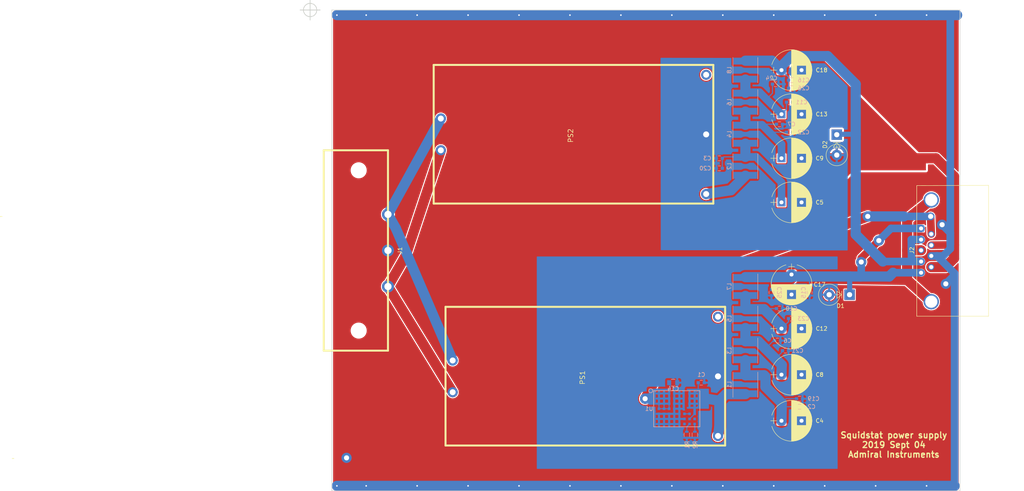
<source format=kicad_pcb>
(kicad_pcb (version 20171130) (host pcbnew "(5.1.0)-1")
  (layers (0 F.Cu signal) (31 B.Cu signal) (34 B.Paste user) (35 F.Paste user hide) (36 B.SilkS user) (37 F.SilkS user) (38 B.Mask user) (39 F.Mask user) (44 Edge.Cuts user))
  (net 0 "")
  (net 1 GND)
  (net 2 "Net-(C1-Pad1)")
  (net 3 /+0v,B)
  (net 4 "Net-(C10-Pad1)")
  (net 5 "Net-(C11-Pad1)")
  (net 6 /3.3v)
  (net 7 /+24v,A)
  (net 8 /+24v,B)
  (net 9 Earth)
  (net 10 "Net-(L2-Pad2)")
  (net 11 "Net-(J1-Pad1)")
  (net 12 "Net-(J1-Pad2)")
  (net 13 "Net-(R1-Pad1)")
  (net 14 "Net-(R2-Pad1)")
  (net 15 "Net-(U1-PadF7)")
  (net 16 "Net-(U1-PadH6)")
  (net 17 "Net-(U1-PadF5)")
  (net 18 "Net-(C19-Pad1)")
  (net 19 "Net-(C20-Pad1)")
  (net 20 "Net-(C21-Pad1)")
  (net 21 "Net-(C22-Pad1)")
  (net 22 "Net-(PS1-Pad5)")
  (net 23 "Net-(PS2-Pad5)")
  (module Capacitors_SMD:C_0603 (layer B.Cu) (at 97.5 93)
    (fp_text reference C1 (at 0 -2) (layer B.SilkS) (effects (justify mirror)))
    (fp_text value 2.2u)
    (pad 2 smd rect (at 0.75 0) (size 0.8 0.75) (layers B.Cu B.Paste B.Mask) (net 1 GND))
    (pad 1 smd rect (at -0.75 0) (size 0.8 0.75) (layers B.Cu B.Paste B.Mask) (net 2 "Net-(C1-Pad1)"))
  )
  (module Capacitors_SMD:C_0603 (layer B.Cu) (at 122 99)
    (fp_text reference C2 (at 3 0) (layer B.SilkS) (effects (justify mirror)))
    (fp_text value 1u)
    (pad 2 smd rect (at 0.75 0) (size 0.8 0.75) (layers B.Cu B.Paste B.Mask) (net 1 GND))
    (pad 1 smd rect (at -0.75 0) (size 0.8 0.75) (layers B.Cu B.Paste B.Mask) (net 18 "Net-(C19-Pad1)"))
  )
  (module Capacitors_SMD:C_0603 (layer B.Cu) (at 102 37 180)
    (fp_text reference C3 (at 3 0 180) (layer B.SilkS) (effects (justify mirror)))
    (fp_text value 1u)
    (pad 2 smd rect (at 0.75 0 180) (size 0.8 0.75) (layers B.Cu B.Paste B.Mask) (net 3 /+0v,B))
    (pad 1 smd rect (at -0.75 0 180) (size 0.8 0.75) (layers B.Cu B.Paste B.Mask) (net 19 "Net-(C20-Pad1)"))
  )
  (module Capacitors_THT:CP_Radial_D10.0mm_P5.00mm (layer F.Cu) (at 117.5 102.5)
    (fp_text reference C4 (at 9.5 0) (layer F.SilkS))
    (fp_text value 560u)
    (pad 1 thru_hole rect (at 0 0) (size 2 2) (drill 1) (layers *.Cu *.Mask) (net 18 "Net-(C19-Pad1)"))
    (pad 2 thru_hole circle (at 5 0) (size 2 2) (drill 1) (layers *.Cu *.Mask) (net 1 GND))
  )
  (module Capacitors_THT:CP_Radial_D10.0mm_P5.00mm (layer F.Cu) (at 117.5 48)
    (fp_text reference C5 (at 9.5 0) (layer F.SilkS))
    (fp_text value 560u)
    (pad 1 thru_hole rect (at 0 0) (size 2 2) (drill 1) (layers *.Cu *.Mask) (net 19 "Net-(C20-Pad1)"))
    (pad 2 thru_hole circle (at 5 0) (size 2 2) (drill 1) (layers *.Cu *.Mask) (net 3 /+0v,B))
  )
  (module Capacitors_SMD:C_0603 (layer B.Cu) (at 116.5 82.5)
    (fp_text reference C6 (at 2.5 0) (layer B.SilkS) (effects (justify mirror)))
    (fp_text value 1u)
    (pad 2 smd rect (at 0.75 0) (size 0.8 0.75) (layers B.Cu B.Paste B.Mask) (net 1 GND))
    (pad 1 smd rect (at -0.75 0) (size 0.8 0.75) (layers B.Cu B.Paste B.Mask) (net 20 "Net-(C21-Pad1)"))
  )
  (module Capacitors_SMD:C_0603 (layer B.Cu) (at 117 28.5)
    (fp_text reference C7 (at 3 0) (layer B.SilkS) (effects (justify mirror)))
    (fp_text value 1u)
    (pad 2 smd rect (at 0.75 0) (size 0.8 0.75) (layers B.Cu B.Paste B.Mask) (net 3 /+0v,B))
    (pad 1 smd rect (at -0.75 0) (size 0.8 0.75) (layers B.Cu B.Paste B.Mask) (net 21 "Net-(C22-Pad1)"))
  )
  (module Capacitors_THT:CP_Radial_D10.0mm_P5.00mm (layer F.Cu) (at 117.5 91)
    (fp_text reference C8 (at 9.5 0) (layer F.SilkS))
    (fp_text value 560u)
    (pad 1 thru_hole rect (at 0 0) (size 2 2) (drill 1) (layers *.Cu *.Mask) (net 20 "Net-(C21-Pad1)"))
    (pad 2 thru_hole circle (at 5 0) (size 2 2) (drill 1) (layers *.Cu *.Mask) (net 1 GND))
  )
  (module Capacitors_THT:CP_Radial_D10.0mm_P5.00mm (layer F.Cu) (at 117.5 37)
    (fp_text reference C9 (at 9.5 0) (layer F.SilkS))
    (fp_text value 560u)
    (pad 1 thru_hole rect (at 0 0) (size 2 2) (drill 1) (layers *.Cu *.Mask) (net 21 "Net-(C22-Pad1)"))
    (pad 2 thru_hole circle (at 5 0) (size 2 2) (drill 1) (layers *.Cu *.Mask) (net 3 /+0v,B))
  )
  (module Capacitors_SMD:C_0603 (layer B.Cu) (at 117 74.5)
    (fp_text reference C10 (at 3 0) (layer B.SilkS) (effects (justify mirror)))
    (fp_text value 1u)
    (pad 2 smd rect (at 0.75 0) (size 0.8 0.75) (layers B.Cu B.Paste B.Mask) (net 1 GND))
    (pad 1 smd rect (at -0.75 0) (size 0.8 0.75) (layers B.Cu B.Paste B.Mask) (net 4 "Net-(C10-Pad1)"))
  )
  (module Capacitors_SMD:C_0603 (layer B.Cu) (at 119.5 23)
    (fp_text reference C11 (at 3 0) (layer B.SilkS) (effects (justify mirror)))
    (fp_text value 1u)
    (pad 2 smd rect (at 0.75 0) (size 0.8 0.75) (layers B.Cu B.Paste B.Mask) (net 3 /+0v,B))
    (pad 1 smd rect (at -0.75 0) (size 0.8 0.75) (layers B.Cu B.Paste B.Mask) (net 5 "Net-(C11-Pad1)"))
  )
  (module Capacitors_THT:CP_Radial_D10.0mm_P5.00mm (layer F.Cu) (at 117.5 79.5)
    (fp_text reference C12 (at 10 0) (layer F.SilkS))
    (fp_text value 560u)
    (pad 1 thru_hole rect (at 0 0) (size 2 2) (drill 1) (layers *.Cu *.Mask) (net 4 "Net-(C10-Pad1)"))
    (pad 2 thru_hole circle (at 5 0) (size 2 2) (drill 1) (layers *.Cu *.Mask) (net 1 GND))
  )
  (module Capacitors_THT:CP_Radial_D10.0mm_P5.00mm (layer F.Cu) (at 117.5 26)
    (fp_text reference C13 (at 10 0) (layer F.SilkS))
    (fp_text value 560u)
    (pad 1 thru_hole rect (at 0 0) (size 2 2) (drill 1) (layers *.Cu *.Mask) (net 5 "Net-(C11-Pad1)"))
    (pad 2 thru_hole circle (at 5 0) (size 2 2) (drill 1) (layers *.Cu *.Mask) (net 3 /+0v,B))
  )
  (module Capacitors_SMD:C_0603 (layer B.Cu) (at 124.5 70.5 270)
    (fp_text reference C15 (at 0 1.5 270) (layer B.SilkS) (effects (justify mirror)))
    (fp_text value 1u)
    (pad 2 smd rect (at 0.75 0 270) (size 0.8 0.75) (layers B.Cu B.Paste B.Mask) (net 1 GND))
    (pad 1 smd rect (at -0.75 0 270) (size 0.8 0.75) (layers B.Cu B.Paste B.Mask) (net 7 /+24v,A))
  )
  (module Capacitors_SMD:C_0603 (layer B.Cu) (at 120 17.5)
    (fp_text reference C16 (at 3 0) (layer B.SilkS) (effects (justify mirror)))
    (fp_text value 1u)
    (pad 2 smd rect (at 0.75 0) (size 0.8 0.75) (layers B.Cu B.Paste B.Mask) (net 3 /+0v,B))
    (pad 1 smd rect (at -0.75 0) (size 0.8 0.75) (layers B.Cu B.Paste B.Mask) (net 8 /+24v,B))
  )
  (module Capacitors_THT:CP_Radial_D10.0mm_P5.00mm (layer F.Cu) (at 120 66 270)
    (fp_text reference C17 (at 2.5 -7) (layer F.SilkS))
    (fp_text value 560u)
    (pad 1 thru_hole rect (at 0 0 270) (size 2 2) (drill 1) (layers *.Cu *.Mask) (net 7 /+24v,A))
    (pad 2 thru_hole circle (at 5 0 270) (size 2 2) (drill 1) (layers *.Cu *.Mask) (net 1 GND))
  )
  (module Capacitors_THT:CP_Radial_D10.0mm_P5.00mm (layer F.Cu) (at 117.5 15)
    (fp_text reference C18 (at 10 0) (layer F.SilkS))
    (fp_text value 560u)
    (pad 1 thru_hole rect (at 0 0) (size 2 2) (drill 1) (layers *.Cu *.Mask) (net 8 /+24v,B))
    (pad 2 thru_hole circle (at 5 0) (size 2 2) (drill 1) (layers *.Cu *.Mask) (net 3 /+0v,B))
  )
  (module Resistors_SMD:R_0603 (layer B.Cu) (at 93.9 106 270)
    (fp_text reference R1 (at 2.5 -0.1 270) (layer B.SilkS) (effects (justify mirror)))
    (fp_text value 42.2k)
    (pad 1 smd rect (at -0.75 0 270) (size 0.5 0.9) (layers B.Cu B.Paste B.Mask) (net 13 "Net-(R1-Pad1)"))
    (pad 2 smd rect (at 0.75 0 270) (size 0.5 0.9) (layers B.Cu B.Paste B.Mask) (net 1 GND))
  )
  (module Resistors_SMD:R_0603 (layer B.Cu) (at 95.9 106 270)
    (fp_text reference R2 (at 2.5 -0.1 270) (layer B.SilkS) (effects (justify mirror)))
    (fp_text value 154k)
    (pad 1 smd rect (at -0.75 0 270) (size 0.5 0.9) (layers B.Cu B.Paste B.Mask) (net 14 "Net-(R2-Pad1)"))
    (pad 2 smd rect (at 0.75 0 270) (size 0.5 0.9) (layers B.Cu B.Paste B.Mask) (net 1 GND))
  )
  (module user:AC_receptacle (layer F.Cu) (at 19.4 60 90)
    (fp_text reference J1 (at 0 3 90) (layer F.SilkS))
    (fp_text value Conn_WallPlug_Earth)
    (pad "" np_thru_hole circle (at -20 -7.3 90) (size 3.5 3.5) (drill 3.5) (layers *.Cu *.Mask))
    (pad 3 thru_hole circle (at 0 0 90) (size 3 3) (drill 1.8) (layers *.Cu *.Mask) (net 9 Earth))
    (pad 1 thru_hole circle (at 9 0 90) (size 3 3) (drill 1.8) (layers *.Cu *.Mask) (net 11 "Net-(J1-Pad1)"))
    (pad 2 thru_hole circle (at -9 0 90) (size 3 3) (drill 1.8) (layers *.Cu *.Mask) (net 12 "Net-(J1-Pad2)"))
    (pad "" np_thru_hole circle (at 20 -7.3 90) (size 3.5 3.5) (drill 3.5) (layers *.Cu *.Mask))
  )
  (module Capacitors_SMD:C_0603 (layer B.Cu) (at 122 97)
    (fp_text reference C19 (at 3.5 0) (layer B.SilkS) (effects (justify mirror)))
    (fp_text value 10n)
    (pad 2 smd rect (at 0.75 0) (size 0.8 0.75) (layers B.Cu B.Paste B.Mask) (net 1 GND))
    (pad 1 smd rect (at -0.75 0) (size 0.8 0.75) (layers B.Cu B.Paste B.Mask) (net 18 "Net-(C19-Pad1)"))
  )
  (module Capacitors_SMD:C_0603 (layer B.Cu) (at 102 39.5 180)
    (fp_text reference C20 (at 3.5 0 180) (layer B.SilkS) (effects (justify mirror)))
    (fp_text value 10n)
    (pad 2 smd rect (at 0.75 0 180) (size 0.8 0.75) (layers B.Cu B.Paste B.Mask) (net 3 /+0v,B))
    (pad 1 smd rect (at -0.75 0 180) (size 0.8 0.75) (layers B.Cu B.Paste B.Mask) (net 19 "Net-(C20-Pad1)"))
  )
  (module Capacitors_SMD:C_0603 (layer B.Cu) (at 118.5 85)
    (fp_text reference C21 (at 3 0) (layer B.SilkS) (effects (justify mirror)))
    (fp_text value 10n)
    (pad 2 smd rect (at 0.75 0) (size 0.8 0.75) (layers B.Cu B.Paste B.Mask) (net 1 GND))
    (pad 1 smd rect (at -0.75 0) (size 0.8 0.75) (layers B.Cu B.Paste B.Mask) (net 20 "Net-(C21-Pad1)"))
  )
  (module Capacitors_SMD:C_0603 (layer B.Cu) (at 119.5 30.5)
    (fp_text reference C22 (at 3.5 0) (layer B.SilkS) (effects (justify mirror)))
    (fp_text value 10n)
    (pad 2 smd rect (at 0.75 0) (size 0.8 0.75) (layers B.Cu B.Paste B.Mask) (net 3 /+0v,B))
    (pad 1 smd rect (at -0.75 0) (size 0.8 0.75) (layers B.Cu B.Paste B.Mask) (net 21 "Net-(C22-Pad1)"))
  )
  (module Capacitors_SMD:C_0603 (layer B.Cu) (at 120 77)
    (fp_text reference C23 (at 3 0) (layer B.SilkS) (effects (justify mirror)))
    (fp_text value 10n)
    (pad 2 smd rect (at 0.75 0) (size 0.8 0.75) (layers B.Cu B.Paste B.Mask) (net 1 GND))
    (pad 1 smd rect (at -0.75 0) (size 0.8 0.75) (layers B.Cu B.Paste B.Mask) (net 4 "Net-(C10-Pad1)"))
  )
  (module Capacitors_SMD:C_0603 (layer B.Cu) (at 116 18.5)
    (fp_text reference C24 (at -1 -1.5) (layer B.SilkS) (effects (justify mirror)))
    (fp_text value 10n)
    (pad 2 smd rect (at 0.75 0) (size 0.8 0.75) (layers B.Cu B.Paste B.Mask) (net 3 /+0v,B))
    (pad 1 smd rect (at -0.75 0) (size 0.8 0.75) (layers B.Cu B.Paste B.Mask) (net 5 "Net-(C11-Pad1)"))
  )
  (module Capacitors_SMD:C_0603 (layer B.Cu) (at 115 70.5 270)
    (fp_text reference C25 (at 0 -2 270) (layer B.SilkS) (effects (justify mirror)))
    (fp_text value 10n)
    (pad 2 smd rect (at 0.75 0 270) (size 0.8 0.75) (layers B.Cu B.Paste B.Mask) (net 1 GND))
    (pad 1 smd rect (at -0.75 0 270) (size 0.8 0.75) (layers B.Cu B.Paste B.Mask) (net 7 /+24v,A))
  )
  (module Capacitors_SMD:C_0603 (layer B.Cu) (at 120 19.5)
    (fp_text reference C26 (at 3 0) (layer B.SilkS) (effects (justify mirror)))
    (fp_text value 10n)
    (pad 2 smd rect (at 0.75 0) (size 0.8 0.75) (layers B.Cu B.Paste B.Mask) (net 3 /+0v,B))
    (pad 1 smd rect (at -0.75 0) (size 0.8 0.75) (layers B.Cu B.Paste B.Mask) (net 8 /+24v,B))
  )
  (module user:6045_inductor (layer B.Cu) (at 108.5 93.5 270)
    (fp_text reference L1 (at 0 4 270) (layer B.SilkS) (effects (justify mirror)))
    (fp_text value 10u)
    (pad 1 smd rect (at -2.25 0 270) (size 1.7 5.9) (layers B.Cu B.Paste B.Mask) (net 18 "Net-(C19-Pad1)"))
    (pad 2 smd rect (at 2.25 0 270) (size 1.7 5.9) (layers B.Cu B.Paste B.Mask) (net 2 "Net-(C1-Pad1)"))
  )
  (module user:6045_inductor (layer B.Cu) (at 108.5 39 270)
    (fp_text reference L2 (at 0 4 270) (layer B.SilkS) (effects (justify mirror)))
    (fp_text value 10u)
    (pad 1 smd rect (at -2.25 0 270) (size 1.7 5.9) (layers B.Cu B.Paste B.Mask) (net 19 "Net-(C20-Pad1)"))
    (pad 2 smd rect (at 2.25 0 270) (size 1.7 5.9) (layers B.Cu B.Paste B.Mask) (net 10 "Net-(L2-Pad2)"))
  )
  (module user:6045_inductor (layer B.Cu) (at 108.5 85 270)
    (fp_text reference L3 (at 0 4 270) (layer B.SilkS) (effects (justify mirror)))
    (fp_text value 10u)
    (pad 1 smd rect (at -2.25 0 270) (size 1.7 5.9) (layers B.Cu B.Paste B.Mask) (net 20 "Net-(C21-Pad1)"))
    (pad 2 smd rect (at 2.25 0 270) (size 1.7 5.9) (layers B.Cu B.Paste B.Mask) (net 18 "Net-(C19-Pad1)"))
  )
  (module user:6045_inductor (layer B.Cu) (at 108.5 31 270)
    (fp_text reference L4 (at 0 4 270) (layer B.SilkS) (effects (justify mirror)))
    (fp_text value 10u)
    (pad 1 smd rect (at -2.25 0 270) (size 1.7 5.9) (layers B.Cu B.Paste B.Mask) (net 21 "Net-(C22-Pad1)"))
    (pad 2 smd rect (at 2.25 0 270) (size 1.7 5.9) (layers B.Cu B.Paste B.Mask) (net 19 "Net-(C20-Pad1)"))
  )
  (module user:6045_inductor (layer B.Cu) (at 108.5 77 270)
    (fp_text reference L5 (at 0 4 270) (layer B.SilkS) (effects (justify mirror)))
    (fp_text value 10u)
    (pad 1 smd rect (at -2.25 0 270) (size 1.7 5.9) (layers B.Cu B.Paste B.Mask) (net 4 "Net-(C10-Pad1)"))
    (pad 2 smd rect (at 2.25 0 270) (size 1.7 5.9) (layers B.Cu B.Paste B.Mask) (net 20 "Net-(C21-Pad1)"))
  )
  (module user:6045_inductor (layer B.Cu) (at 108.5 23 270)
    (fp_text reference L6 (at 0 4 270) (layer B.SilkS) (effects (justify mirror)))
    (fp_text value 10u)
    (pad 1 smd rect (at -2.25 0 270) (size 1.7 5.9) (layers B.Cu B.Paste B.Mask) (net 5 "Net-(C11-Pad1)"))
    (pad 2 smd rect (at 2.25 0 270) (size 1.7 5.9) (layers B.Cu B.Paste B.Mask) (net 21 "Net-(C22-Pad1)"))
  )
  (module user:6045_inductor (layer B.Cu) (at 108.5 69 270)
    (fp_text reference L7 (at 0 4 270) (layer B.SilkS) (effects (justify mirror)))
    (fp_text value 10u)
    (pad 1 smd rect (at -2.25 0 270) (size 1.7 5.9) (layers B.Cu B.Paste B.Mask) (net 7 /+24v,A))
    (pad 2 smd rect (at 2.25 0 270) (size 1.7 5.9) (layers B.Cu B.Paste B.Mask) (net 4 "Net-(C10-Pad1)"))
  )
  (module user:6045_inductor (layer B.Cu) (at 108.5 15 270)
    (fp_text reference L8 (at 0 4 270) (layer B.SilkS) (effects (justify mirror)))
    (fp_text value 10u)
    (pad 1 smd rect (at -2.25 0 270) (size 1.7 5.9) (layers B.Cu B.Paste B.Mask) (net 8 /+24v,B))
    (pad 2 smd rect (at 2.25 0 270) (size 1.7 5.9) (layers B.Cu B.Paste B.Mask) (net 5 "Net-(C11-Pad1)"))
  )
  (module Capacitors_SMD:C_0805 (layer B.Cu) (at 90.5 93)
    (fp_text reference C14 (at 0 1.5) (layer B.SilkS) (effects (justify mirror)))
    (fp_text value 22u)
    (pad 1 smd rect (at -1 0) (size 1 1.25) (layers B.Cu B.Paste B.Mask) (net 6 /3.3v))
    (pad 2 smd rect (at 1 0) (size 1 1.25) (layers B.Cu B.Paste B.Mask) (net 1 GND))
  )
  (module user_generated_footprints:DB9FC_w_housing_connection (layer F.Cu) (at 152.3 54.5 270)
    (fp_text reference J2 (at 5.46 2.28 270) (layer F.SilkS))
    (fp_text value DB9_Female_MountingHoles)
    (pad 0 thru_hole circle (at 18.29 -2.54 270) (size 3.81 3.81) (drill 3.05) (layers *.Cu *.Mask) (net 1 GND))
    (pad 0 thru_hole circle (at -7.11 -2.54 270) (size 3.81 3.81) (drill 3.05) (layers *.Cu *.Mask) (net 1 GND))
    (pad 1 thru_hole rect (at 0 0 270) (size 1.52 1.52) (drill 1.02) (layers *.Cu *.Mask) (net 7 /+24v,A))
    (pad 2 thru_hole circle (at 2.79 0 270) (size 1.52 1.52) (drill 1.02) (layers *.Cu *.Mask) (net 8 /+24v,B))
    (pad 3 thru_hole circle (at 5.46 0 270) (size 1.52 1.52) (drill 1.02) (layers *.Cu *.Mask) (net 1 GND))
    (pad 4 thru_hole circle (at 8.26 0 270) (size 1.52 1.52) (drill 1.02) (layers *.Cu *.Mask) (net 8 /+24v,B))
    (pad 5 thru_hole circle (at 11.05 0 270) (size 1.52 1.52) (drill 1.02) (layers *.Cu *.Mask) (net 7 /+24v,A))
    (pad 6 thru_hole circle (at 1.4 -2.54 270) (size 1.52 1.52) (drill 1.02) (layers *.Cu *.Mask) (net 6 /3.3v))
    (pad 7 thru_hole circle (at 4.19 -2.54 270) (size 1.52 1.52) (drill 1.02) (layers *.Cu *.Mask) (net 3 /+0v,B))
    (pad 8 thru_hole circle (at 6.86 -2.54 270) (size 1.52 1.52) (drill 1.02) (layers *.Cu *.Mask) (net 9 Earth))
    (pad 9 thru_hole circle (at 9.65 -2.54 270) (size 1.52 1.52) (drill 1.02) (layers *.Cu *.Mask) (net 3 /+0v,B))
  )
  (module user:TPP-30-115A-D (layer F.Cu) (at 103.45 74.075)
    (fp_text reference PS1 (at -35.56 17.653 90) (layer F.SilkS) (effects (font (size 1.2 1.2))))
    (fp_text value TPP30-115A-D)
    (pad 5 thru_hole circle (at -1.78 2.46) (size 2.5 2.5) (drill 1.5) (layers *.Cu *.Mask) (net 22 "Net-(PS1-Pad5)"))
    (pad 4 thru_hole circle (at -1.78 17.34) (size 2.5 2.5) (drill 1.5) (layers *.Cu *.Mask) (net 1 GND))
    (pad 2 thru_hole circle (at -67.92 13.38) (size 2.5 2.5) (drill 1.5) (layers *.Cu *.Mask) (net 11 "Net-(J1-Pad1)"))
    (pad 1 thru_hole circle (at -67.92 21.3) (size 2.5 2.5) (drill 1.5) (layers *.Cu *.Mask) (net 12 "Net-(J1-Pad2)"))
    (pad 3 thru_hole circle (at -1.78 32.22) (size 2.5 2.5) (drill 1.5) (layers *.Cu *.Mask) (net 2 "Net-(C1-Pad1)"))
  )
  (module user:TPP-30-115A-D (layer F.Cu) (at 100.5 13.7)
    (fp_text reference PS2 (at -35.56 17.653 90) (layer F.SilkS) (effects (font (size 1.2 1.2))))
    (fp_text value TPP30-115A-D)
    (pad 3 thru_hole circle (at -1.78 32.22) (size 2.5 2.5) (drill 1.5) (layers *.Cu *.Mask) (net 10 "Net-(L2-Pad2)"))
    (pad 1 thru_hole circle (at -67.92 21.3) (size 2.5 2.5) (drill 1.5) (layers *.Cu *.Mask) (net 12 "Net-(J1-Pad2)"))
    (pad 2 thru_hole circle (at -67.92 13.38) (size 2.5 2.5) (drill 1.5) (layers *.Cu *.Mask) (net 11 "Net-(J1-Pad1)"))
    (pad 4 thru_hole circle (at -1.78 17.34) (size 2.5 2.5) (drill 1.5) (layers *.Cu *.Mask) (net 3 /+0v,B))
    (pad 5 thru_hole circle (at -1.78 2.46) (size 2.5 2.5) (drill 1.5) (layers *.Cu *.Mask) (net 23 "Net-(PS2-Pad5)"))
  )
  (module Diodes_THT:D_DO-201_P5.08mm_Vertical_KathodeUp (layer F.Cu) (at 134.47 71.04 180)
    (fp_text reference D1 (at 2.25 -2.78 180) (layer F.SilkS))
    (fp_text value 31v)
    (pad 1 thru_hole rect (at 0 0 180) (size 2.6 2.6) (drill 1.3) (layers *.Cu *.Mask) (net 7 /+24v,A))
    (pad 2 thru_hole oval (at 5.08 0 180) (size 2.6 2.6) (drill 1.3) (layers *.Cu *.Mask) (net 1 GND))
  )
  (module Diodes_THT:D_DO-201_P5.08mm_Vertical_KathodeUp (layer F.Cu) (at 131.28 31.11 270)
    (fp_text reference D2 (at 2.48 2.93 270) (layer F.SilkS))
    (fp_text value 31v)
    (pad 2 thru_hole oval (at 5.08 0 270) (size 2.6 2.6) (drill 1.3) (layers *.Cu *.Mask) (net 3 /+0v,B))
    (pad 1 thru_hole rect (at 0 0 270) (size 2.6 2.6) (drill 1.3) (layers *.Cu *.Mask) (net 8 /+24v,B))
  )
  (module user:LGA-50 (layer B.Cu) (at 91.4 99.5)
    (fp_text reference U1 (at -6.9 0) (layer B.SilkS) (effects (justify mirror)))
    (fp_text value LTM8022)
    (pad H7 smd rect (at 4.445 3.81) (size 0.64 0.64) (layers B.Cu B.Paste B.Mask) (net 14 "Net-(R2-Pad1)"))
    (pad G7 smd rect (at 3.175 3.81) (size 0.64 0.64) (layers B.Cu B.Paste B.Mask) (net 13 "Net-(R1-Pad1)"))
    (pad F7 smd rect (at 1.905 3.81) (size 0.64 0.64) (layers B.Cu B.Paste B.Mask) (net 15 "Net-(U1-PadF7)"))
    (pad E1 smd rect (at 0.635 3.81) (size 0.64 0.64) (layers B.Cu B.Paste B.Mask) (net 1 GND))
    (pad E1 smd rect (at -0.635 3.81) (size 0.64 0.64) (layers B.Cu B.Paste B.Mask) (net 1 GND))
    (pad E1 smd rect (at -1.905 3.81) (size 0.64 0.64) (layers B.Cu B.Paste B.Mask) (net 1 GND))
    (pad E1 smd rect (at -3.175 3.81) (size 0.64 0.64) (layers B.Cu B.Paste B.Mask) (net 1 GND))
    (pad E1 smd rect (at -4.445 3.81) (size 0.64 0.64) (layers B.Cu B.Paste B.Mask) (net 1 GND))
    (pad H6 smd rect (at 4.445 2.54) (size 0.64 0.64) (layers B.Cu B.Paste B.Mask) (net 16 "Net-(U1-PadH6)"))
    (pad G6 smd rect (at 3.175 2.54) (size 0.64 0.64) (layers B.Cu B.Paste B.Mask) (net 2 "Net-(C1-Pad1)"))
    (pad E1 smd rect (at 1.905 2.54) (size 0.64 0.64) (layers B.Cu B.Paste B.Mask) (net 1 GND))
    (pad E1 smd rect (at 0.635 2.54) (size 0.64 0.64) (layers B.Cu B.Paste B.Mask) (net 1 GND))
    (pad E1 smd rect (at -0.635 2.54) (size 0.64 0.64) (layers B.Cu B.Paste B.Mask) (net 1 GND))
    (pad E1 smd rect (at -1.905 2.54) (size 0.64 0.64) (layers B.Cu B.Paste B.Mask) (net 1 GND))
    (pad E1 smd rect (at -3.175 2.54) (size 0.64 0.64) (layers B.Cu B.Paste B.Mask) (net 1 GND))
    (pad E1 smd rect (at -4.445 2.54) (size 0.64 0.64) (layers B.Cu B.Paste B.Mask) (net 1 GND))
    (pad H5 smd rect (at 4.445 1.27) (size 0.64 0.64) (layers B.Cu B.Paste B.Mask) (net 2 "Net-(C1-Pad1)"))
    (pad G5 smd rect (at 3.175 1.27) (size 0.64 0.64) (layers B.Cu B.Paste B.Mask) (net 17 "Net-(U1-PadF5)"))
    (pad F5 smd rect (at 1.905 1.27) (size 0.64 0.64) (layers B.Cu B.Paste B.Mask) (net 17 "Net-(U1-PadF5)"))
    (pad E1 smd rect (at 0.635 1.27) (size 0.64 0.64) (layers B.Cu B.Paste B.Mask) (net 1 GND))
    (pad E1 smd rect (at -0.635 1.27) (size 0.64 0.64) (layers B.Cu B.Paste B.Mask) (net 1 GND))
    (pad E1 smd rect (at -1.905 1.27) (size 0.64 0.64) (layers B.Cu B.Paste B.Mask) (net 1 GND))
    (pad E1 smd rect (at -3.175 1.27) (size 0.64 0.64) (layers B.Cu B.Paste B.Mask) (net 1 GND))
    (pad E1 smd rect (at -4.445 1.27) (size 0.64 0.64) (layers B.Cu B.Paste B.Mask) (net 1 GND))
    (pad E1 smd rect (at 0.635 0) (size 0.64 0.64) (layers B.Cu B.Paste B.Mask) (net 1 GND))
    (pad E1 smd rect (at -0.635 0) (size 0.64 0.64) (layers B.Cu B.Paste B.Mask) (net 1 GND))
    (pad A1 smd rect (at -1.905 0) (size 0.64 0.64) (layers B.Cu B.Paste B.Mask) (net 6 /3.3v))
    (pad A1 smd rect (at -3.175 0) (size 0.64 0.64) (layers B.Cu B.Paste B.Mask) (net 6 /3.3v))
    (pad A1 smd rect (at -4.445 0) (size 0.64 0.64) (layers B.Cu B.Paste B.Mask) (net 6 /3.3v))
    (pad H1 smd rect (at 4.445 -1.27) (size 0.64 0.64) (layers B.Cu B.Paste B.Mask) (net 2 "Net-(C1-Pad1)"))
    (pad H1 smd rect (at 3.175 -1.27) (size 0.64 0.64) (layers B.Cu B.Paste B.Mask) (net 2 "Net-(C1-Pad1)"))
    (pad E1 smd rect (at 0.635 -1.27) (size 0.64 0.64) (layers B.Cu B.Paste B.Mask) (net 1 GND))
    (pad E1 smd rect (at -0.635 -1.27) (size 0.64 0.64) (layers B.Cu B.Paste B.Mask) (net 1 GND))
    (pad A1 smd rect (at -1.905 -1.27) (size 0.64 0.64) (layers B.Cu B.Paste B.Mask) (net 6 /3.3v))
    (pad A1 smd rect (at -3.175 -1.27) (size 0.64 0.64) (layers B.Cu B.Paste B.Mask) (net 6 /3.3v))
    (pad A1 smd rect (at -4.445 -1.27) (size 0.64 0.64) (layers B.Cu B.Paste B.Mask) (net 6 /3.3v))
    (pad H1 smd rect (at 3.175 -2.54) (size 0.64 0.64) (layers B.Cu B.Paste B.Mask) (net 2 "Net-(C1-Pad1)"))
    (pad E1 smd rect (at -0.635 -2.54) (size 0.64 0.64) (layers B.Cu B.Paste B.Mask) (net 1 GND))
    (pad E1 smd rect (at 0.635 -2.54) (size 0.64 0.64) (layers B.Cu B.Paste B.Mask) (net 1 GND))
    (pad H1 smd rect (at 4.445 -3.81) (size 0.64 0.64) (layers B.Cu B.Paste B.Mask) (net 2 "Net-(C1-Pad1)"))
    (pad H1 smd rect (at 4.445 -2.54) (size 0.64 0.64) (layers B.Cu B.Paste B.Mask) (net 2 "Net-(C1-Pad1)"))
    (pad H1 smd rect (at 3.175 -3.81) (size 0.64 0.64) (layers B.Cu B.Paste B.Mask) (net 2 "Net-(C1-Pad1)"))
    (pad E1 smd rect (at 0.635 -3.81) (size 0.64 0.64) (layers B.Cu B.Paste B.Mask) (net 1 GND))
    (pad A1 smd rect (at -4.445 -3.81) (size 0.64 0.64) (layers B.Cu B.Paste B.Mask) (net 6 /3.3v))
    (pad A1 smd rect (at -3.175 -3.81) (size 0.64 0.64) (layers B.Cu B.Paste B.Mask) (net 6 /3.3v))
    (pad A1 smd rect (at -1.905 -3.81) (size 0.64 0.64) (layers B.Cu B.Paste B.Mask) (net 6 /3.3v))
    (pad E1 smd rect (at -0.635 -3.81) (size 0.64 0.64) (layers B.Cu B.Paste B.Mask) (net 1 GND))
    (pad A1 smd rect (at -1.905 -2.54) (size 0.64 0.64) (layers B.Cu B.Paste B.Mask) (net 6 /3.3v))
    (pad A1 smd rect (at -3.175 -2.54) (size 0.64 0.64) (layers B.Cu B.Paste B.Mask) (net 6 /3.3v))
    (pad A1 smd rect (at -4.445 -2.54) (size 0.64 0.64) (layers B.Cu B.Paste B.Mask) (net 6 /3.3v))
    (pad A1 smd rect (at -4.445 -3.81) (size 0.64 0.64) (layers B.Cu B.Paste B.Mask) (net 6 /3.3v))
  )
  (gr_text "Squidstat power supply\n2019 Sept 04\nAdmiral Instruments" (at 145.5 108.5) (layer F.SilkS) (effects (font (size 1.5 1.5) (thickness 0.3))))
  (target plus (at 0 0) (size 5) (width 0.15) (layer Edge.Cuts))
  (target plus (at 0 0) (size 5) (width 0.15) (layer Edge.Cuts))
  (gr_line (start 5.4 0) (end 162 0) (angle 90) (layer Edge.Cuts) (width 0.15))
  (gr_line (start 162 0) (end 162 120) (angle 90) (layer Edge.Cuts) (width 0.15))
  (gr_line (start 5.4 120) (end 162 120) (angle 90) (layer Edge.Cuts) (width 0.15))
  (gr_line (start 5.4 0) (end 5.4 120) (angle 90) (layer Edge.Cuts) (width 0.15))
  (segment (start 124 67) (end 148.81 67.35) (width 2.54) (layer F.Cu) (net 1))
  (segment (start 148.81 67.35) (end 148.83 59.96) (width 2.54) (layer F.Cu) (net 1))
  (segment (start 154.84 72.79) (end 148.81 67.35) (width 2.54) (layer F.Cu) (net 1))
  (segment (start 152.3 59.96) (end 148.83 59.96) (width 2.54) (layer F.Cu) (net 1))
  (segment (start 148.83 52.19) (end 148.83 59.96) (width 2.54) (layer F.Cu) (net 1))
  (segment (start 154.84 47.39) (end 148.83 52.19) (width 2.54) (layer F.Cu) (net 1))
  (segment (start 124 67) (end 120 71) (width 2.54) (layer F.Cu) (net 1))
  (segment (start 102 104) (end 102 97.5) (width 2.54) (layer B.Cu) (net 2))
  (segment (start 102 97.5) (end 103.65 95.85) (width 2.54) (layer B.Cu) (net 2))
  (segment (start 96.75 93) (end 96.75 94.785) (width 0.254) (layer B.Cu) (net 2))
  (segment (start 96.75 94.785) (end 95.845 95.69) (width 0.254) (layer B.Cu) (net 2))
  (segment (start 95.845 100.77) (end 94.575 102.04) (width 0.254) (layer B.Cu) (net 2))
  (segment (start 95.845 98.23) (end 95.845 100.77) (width 0.635) (layer B.Cu) (net 2))
  (segment (start 103.65 95.85) (end 108.5 95.85) (width 2.54) (layer B.Cu) (net 2))
  (segment (start 102 104) (end 101.67 106.295) (width 2.54) (layer B.Cu) (net 2))
  (segment (start 98.7 96.96) (end 102 97.5) (width 2.54) (layer B.Cu) (net 2))
  (segment (start 95.845 96.96) (end 98.7 96.96) (width 0.635) (layer B.Cu) (net 2))
  (segment (start 160.5 58.61) (end 160.5 62) (width 2.54) (layer F.Cu) (net 3))
  (segment (start 160.5 41.5) (end 160.5 58.61) (width 2.54) (layer F.Cu) (net 3))
  (segment (start 154.84 58.69) (end 160.5 58.61) (width 1.905) (layer F.Cu) (net 3))
  (segment (start 122.5 37) (end 156 37) (width 2.54) (layer F.Cu) (net 3))
  (segment (start 158.35 64.15) (end 154.84 64.15) (width 2.54) (layer F.Cu) (net 3))
  (segment (start 160.5 62) (end 158.35 64.15) (width 2.54) (layer F.Cu) (net 3))
  (segment (start 156 37) (end 160.5 41.5) (width 2.54) (layer F.Cu) (net 3))
  (segment (start 122.5 26) (end 122.5 15) (width 1.905) (layer F.Cu) (net 3))
  (segment (start 122.5 37) (end 122.5 26) (width 1.905) (layer F.Cu) (net 3))
  (segment (start 122.5 48) (end 122.5 37) (width 1.905) (layer F.Cu) (net 3))
  (segment (start 119.25 77) (end 119.25 77.75) (width 0.254) (layer B.Cu) (net 4))
  (segment (start 119.25 77.75) (end 117.5 79.5) (width 0.254) (layer B.Cu) (net 4))
  (segment (start 116.25 74.5) (end 113.3 74.5) (width 0.254) (layer B.Cu) (net 4))
  (segment (start 113.3 74.5) (end 113.15 74.65) (width 0.254) (layer B.Cu) (net 4))
  (segment (start 117.5 79.5) (end 117.58 79.08) (width 2.54) (layer B.Cu) (net 4))
  (segment (start 113.15 74.65) (end 108.5 74.65) (width 2.54) (layer B.Cu) (net 4))
  (segment (start 117.58 79.08) (end 113.15 74.65) (width 2.54) (layer B.Cu) (net 4))
  (segment (start 108.5 74.65) (end 108.5 71.35) (width 2.54) (layer B.Cu) (net 4))
  (segment (start 118.75 23) (end 118.75 24.75) (width 0.254) (layer B.Cu) (net 5))
  (segment (start 118.75 24.75) (end 117.5 26) (width 0.254) (layer B.Cu) (net 5))
  (segment (start 115.25 18.5) (end 115.25 20.5) (width 0.254) (layer B.Cu) (net 5))
  (segment (start 115.25 20.5) (end 115.25 20.75) (width 0.254) (layer B.Cu) (net 5))
  (segment (start 115.25 20.75) (end 113.75 22.25) (width 0.254) (layer B.Cu) (net 5))
  (segment (start 117.5 26) (end 113.75 22.25) (width 1.905) (layer B.Cu) (net 5))
  (segment (start 113.75 22.25) (end 112 20.5) (width 1.905) (layer B.Cu) (net 5))
  (segment (start 112 20.5) (end 108.65 20.5) (width 1.905) (layer B.Cu) (net 5))
  (segment (start 108.65 20.5) (end 108.5 20.65) (width 1.905) (layer B.Cu) (net 5))
  (segment (start 108.5 20.65) (end 108.5 17.35) (width 2.54) (layer B.Cu) (net 5))
  (segment (start 154.84 55.9) (end 154.68 51.5) (width 1.905) (layer F.Cu) (net 6))
  (via (at 154.68 51.5) (size 1.905) (drill 1.27) (layers F.Cu B.Cu) (net 6))
  (segment (start 148 51.5) (end 154.68 51.5) (width 1.905) (layer B.Cu) (net 6))
  (segment (start 83.54 96.96) (end 83.5 97) (width 2.54) (layer B.Cu) (net 6))
  (via (at 83.5 97) (size 2.54) (drill 1.27) (layers F.Cu B.Cu) (net 6))
  (via (at 139 51.5) (size 2.54) (drill 1.27) (layers F.Cu B.Cu) (net 6))
  (segment (start 139 51.5) (end 148 51.5) (width 2.54) (layer B.Cu) (net 6))
  (segment (start 83.54 96.96) (end 84.54 96.96) (width 2.54) (layer B.Cu) (net 6))
  (segment (start 154.84 51.66) (end 154.68 51.5) (width 0.635) (layer B.Cu) (net 6))
  (segment (start 88.225 99.5) (end 88.225 98.23) (width 0.254) (layer B.Cu) (net 6))
  (segment (start 86.955 98.23) (end 86.955 99.5) (width 0.254) (layer B.Cu) (net 6))
  (segment (start 86.955 99.5) (end 88.225 99.5) (width 0.254) (layer B.Cu) (net 6))
  (segment (start 88.225 99.5) (end 89.495 99.5) (width 0.254) (layer B.Cu) (net 6))
  (segment (start 89.495 99.5) (end 89.495 98.23) (width 0.254) (layer B.Cu) (net 6))
  (segment (start 89.75 93) (end 89.75 94.25) (width 0.254) (layer B.Cu) (net 6))
  (segment (start 89.495 94.505) (end 89.495 95.69) (width 0.254) (layer B.Cu) (net 6))
  (segment (start 89.75 94.25) (end 89.495 94.505) (width 0.254) (layer B.Cu) (net 6))
  (segment (start 86.955 96.96) (end 84.54 96.96) (width 0.254) (layer B.Cu) (net 6))
  (segment (start 84.54 96.96) (end 84.5 97) (width 0.254) (layer B.Cu) (net 6))
  (segment (start 83.5 97) (end 100.4 65.625) (width 2.54) (layer F.Cu) (net 6))
  (segment (start 100.4 65.625) (end 139 51.5) (width 2.54) (layer F.Cu) (net 6))
  (segment (start 144.35 66.5) (end 137.18 66.5) (width 2.54) (layer B.Cu) (net 7))
  (segment (start 137.18 66.5) (end 134.5 66.5) (width 2.54) (layer B.Cu) (net 7))
  (segment (start 137.38 62.88) (end 137.38 66.3) (width 1.905) (layer B.Cu) (net 7))
  (segment (start 137.38 66.3) (end 137.18 66.5) (width 1.905) (layer B.Cu) (net 7))
  (segment (start 141.77 57.53) (end 137.38 61.92) (width 1.905) (layer F.Cu) (net 7))
  (segment (start 137.38 61.92) (end 137.38 62.88) (width 1.905) (layer F.Cu) (net 7))
  (via (at 137.38 62.88) (size 2.54) (drill 1.27) (layers F.Cu B.Cu) (net 7))
  (segment (start 152.3 54.5) (end 144.8 54.5) (width 1.905) (layer B.Cu) (net 7))
  (segment (start 144.8 54.5) (end 141.77 57.53) (width 1.905) (layer B.Cu) (net 7))
  (via (at 141.77 57.53) (size 2.54) (drill 1.27) (layers F.Cu B.Cu) (net 7))
  (segment (start 152.3 65.55) (end 145.3 65.55) (width 1.905) (layer B.Cu) (net 7))
  (segment (start 144.35 66.5) (end 145.3 65.55) (width 2.54) (layer B.Cu) (net 7))
  (segment (start 134.5 71) (end 134.5 66.5) (width 1.27) (layer B.Cu) (net 7))
  (segment (start 134.5 66.5) (end 134.5 67) (width 1.27) (layer B.Cu) (net 7))
  (segment (start 134.5 67) (end 134.5 66.5) (width 1.27) (layer B.Cu) (net 7))
  (segment (start 124.5 69.75) (end 124.5 66.5) (width 0.254) (layer B.Cu) (net 7))
  (segment (start 115 69.75) (end 115 66.65) (width 0.254) (layer B.Cu) (net 7))
  (segment (start 115 66.65) (end 115 67) (width 0.254) (layer B.Cu) (net 7))
  (segment (start 115 67) (end 115 66.65) (width 0.254) (layer B.Cu) (net 7))
  (segment (start 117 66.65) (end 117 67) (width 0.254) (layer B.Cu) (net 7))
  (segment (start 117 67) (end 117 66.65) (width 0.254) (layer B.Cu) (net 7))
  (segment (start 120 66) (end 120 66.5) (width 2.54) (layer B.Cu) (net 7))
  (segment (start 120 66.5) (end 119.85 66.65) (width 2.54) (layer B.Cu) (net 7))
  (segment (start 119.85 66.65) (end 120 66) (width 2.54) (layer B.Cu) (net 7))
  (segment (start 108.5 66.65) (end 115 66.65) (width 2.54) (layer B.Cu) (net 7))
  (segment (start 115 66.65) (end 117 66.65) (width 2.54) (layer B.Cu) (net 7))
  (segment (start 117 66.65) (end 119.85 66.65) (width 2.54) (layer B.Cu) (net 7))
  (segment (start 119.85 66.65) (end 120 66.5) (width 2.54) (layer B.Cu) (net 7))
  (segment (start 120 66.5) (end 124.5 66.5) (width 2.54) (layer B.Cu) (net 7))
  (segment (start 124.5 66.5) (end 134.5 66.5) (width 2.54) (layer B.Cu) (net 7))
  (segment (start 152.3 62.76) (end 149.93 62.76) (width 1.905) (layer B.Cu) (net 8))
  (segment (start 149.93 62.76) (end 145.3 62.76) (width 1.905) (layer B.Cu) (net 8))
  (segment (start 149.87 57.26) (end 149.93 62.76) (width 1.905) (layer B.Cu) (net 8))
  (segment (start 152.3 57.29) (end 149.87 57.26) (width 1.905) (layer B.Cu) (net 8))
  (segment (start 136 56) (end 136 31) (width 2.54) (layer B.Cu) (net 8))
  (segment (start 136 56) (end 142.76 62.76) (width 2.54) (layer B.Cu) (net 8))
  (segment (start 142.76 62.76) (end 145.3 62.76) (width 1.905) (layer B.Cu) (net 8))
  (segment (start 131.5 31) (end 136 31) (width 1.27) (layer B.Cu) (net 8))
  (segment (start 119.25 19.5) (end 119.25 17.5) (width 0.254) (layer B.Cu) (net 8))
  (segment (start 119.25 17.5) (end 119.25 16.75) (width 0.254) (layer B.Cu) (net 8))
  (segment (start 119.25 16.75) (end 117.5 15) (width 0.254) (layer B.Cu) (net 8))
  (segment (start 136 18.5) (end 136 31) (width 2.54) (layer B.Cu) (net 8))
  (segment (start 129 11.5) (end 136 18.5) (width 2.54) (layer B.Cu) (net 8))
  (segment (start 120 11.5) (end 129 11.5) (width 2.54) (layer B.Cu) (net 8))
  (segment (start 117.5 14) (end 120 11.5) (width 2.54) (layer B.Cu) (net 8))
  (segment (start 117.5 15) (end 117.5 14) (width 2.54) (layer B.Cu) (net 8))
  (segment (start 108.5 12.65) (end 115.15 12.65) (width 2.54) (layer B.Cu) (net 8))
  (segment (start 115.15 12.65) (end 117.5 15) (width 2.54) (layer B.Cu) (net 8))
  (segment (start 159.58 58.43) (end 159.58 1.27) (width 1.905) (layer B.Cu) (net 9))
  (segment (start 159.58 59.58) (end 159.58 58.43) (width 1.905) (layer B.Cu) (net 9))
  (segment (start 159.58 58.43) (end 159.58 55.61) (width 1.905) (layer B.Cu) (net 9))
  (segment (start 159.58 55.61) (end 157.54 53.57) (width 1.905) (layer B.Cu) (net 9))
  (via (at 157.54 53.57) (size 2.54) (drill 1.27) (layers F.Cu B.Cu) (net 9))
  (segment (start 160.655 65.745) (end 160.655 66.135) (width 1.905) (layer B.Cu) (net 9))
  (segment (start 160.655 66.135) (end 158.46 68.33) (width 1.905) (layer B.Cu) (net 9))
  (via (at 158.46 68.33) (size 2.54) (drill 1.27) (layers F.Cu B.Cu) (net 9))
  (segment (start 153.67 1.27) (end 159.58 1.27) (width 2.54) (layer B.Cu) (net 9))
  (segment (start 159.58 1.27) (end 161.29 1.27) (width 2.54) (layer B.Cu) (net 9))
  (segment (start 157.8 61.36) (end 159.58 59.58) (width 1.905) (layer B.Cu) (net 9))
  (segment (start 156.27 61.36) (end 157.8 61.36) (width 1.905) (layer B.Cu) (net 9))
  (segment (start 156.27 61.36) (end 160.655 65.745) (width 1.905) (layer B.Cu) (net 9))
  (segment (start 160.655 65.745) (end 160.655 118.745) (width 1.905) (layer B.Cu) (net 9))
  (segment (start 154.84 61.36) (end 156.27 61.36) (width 1.905) (layer B.Cu) (net 9))
  (segment (start 153.67 118.745) (end 160.655 118.745) (width 2.54) (layer B.Cu) (net 9))
  (segment (start 153.67 118.745) (end 6.67 118.745) (width 2.54) (layer B.Cu) (net 9))
  (segment (start 140.97 118.745) (end 153.67 118.745) (width 0.254) (layer F.Cu) (net 9))
  (via (at 153.67 118.745) (size 0.6) (drill 0.4) (layers F.Cu B.Cu) (net 9))
  (segment (start 128.27 118.745) (end 140.97 118.745) (width 0.254) (layer F.Cu) (net 9))
  (via (at 140.97 118.745) (size 0.6) (drill 0.4) (layers F.Cu B.Cu) (net 9))
  (segment (start 115.57 118.745) (end 128.27 118.745) (width 0.254) (layer F.Cu) (net 9))
  (via (at 128.27 118.745) (size 0.6) (drill 0.4) (layers F.Cu B.Cu) (net 9))
  (segment (start 102.87 118.745) (end 115.57 118.745) (width 0.254) (layer F.Cu) (net 9))
  (via (at 115.57 118.745) (size 0.6) (drill 0.4) (layers F.Cu B.Cu) (net 9))
  (segment (start 90.17 118.745) (end 102.87 118.745) (width 0.254) (layer F.Cu) (net 9))
  (via (at 102.87 118.745) (size 0.6) (drill 0.4) (layers F.Cu B.Cu) (net 9))
  (segment (start 77.47 118.745) (end 90.17 118.745) (width 0.254) (layer F.Cu) (net 9))
  (via (at 90.17 118.745) (size 0.6) (drill 0.4) (layers F.Cu B.Cu) (net 9))
  (segment (start 64.77 118.745) (end 77.47 118.745) (width 0.254) (layer F.Cu) (net 9))
  (via (at 77.47 118.745) (size 0.6) (drill 0.4) (layers F.Cu B.Cu) (net 9))
  (segment (start 52.07 118.745) (end 64.77 118.745) (width 0.254) (layer F.Cu) (net 9))
  (via (at 64.77 118.745) (size 0.6) (drill 0.4) (layers F.Cu B.Cu) (net 9))
  (segment (start 39.37 118.745) (end 52.07 118.745) (width 0.254) (layer F.Cu) (net 9))
  (via (at 52.07 118.745) (size 0.6) (drill 0.4) (layers F.Cu B.Cu) (net 9))
  (segment (start 26.67 118.745) (end 39.37 118.745) (width 0.254) (layer F.Cu) (net 9))
  (via (at 39.37 118.745) (size 0.6) (drill 0.4) (layers F.Cu B.Cu) (net 9))
  (segment (start 13.97 118.745) (end 26.67 118.745) (width 0.254) (layer F.Cu) (net 9))
  (via (at 26.67 118.745) (size 0.6) (drill 0.4) (layers F.Cu B.Cu) (net 9))
  (via (at 13.97 118.745) (size 0.6) (drill 0.4) (layers F.Cu B.Cu) (net 9))
  (via (at 6.67 118.745) (size 0.6) (drill 0.4) (layers F.Cu B.Cu) (net 9))
  (segment (start 153.67 1.27) (end 6.67 1.27) (width 2.54) (layer B.Cu) (net 9))
  (segment (start 140.97 1.27) (end 153.67 1.27) (width 0.254) (layer F.Cu) (net 9))
  (via (at 153.67 1.27) (size 0.6) (drill 0.4) (layers F.Cu B.Cu) (net 9))
  (segment (start 128.27 1.27) (end 140.97 1.27) (width 0.254) (layer F.Cu) (net 9))
  (via (at 140.97 1.27) (size 0.6) (drill 0.4) (layers F.Cu B.Cu) (net 9))
  (segment (start 115.57 1.27) (end 128.27 1.27) (width 0.254) (layer F.Cu) (net 9))
  (via (at 128.27 1.27) (size 0.6) (drill 0.4) (layers F.Cu B.Cu) (net 9))
  (segment (start 102.87 1.27) (end 115.57 1.27) (width 0.254) (layer F.Cu) (net 9))
  (via (at 115.57 1.27) (size 0.6) (drill 0.4) (layers F.Cu B.Cu) (net 9))
  (segment (start 90.17 1.27) (end 102.87 1.27) (width 0.254) (layer F.Cu) (net 9))
  (via (at 102.87 1.27) (size 0.6) (drill 0.4) (layers F.Cu B.Cu) (net 9))
  (segment (start 77.47 1.27) (end 90.17 1.27) (width 0.254) (layer F.Cu) (net 9))
  (via (at 90.17 1.27) (size 0.6) (drill 0.4) (layers F.Cu B.Cu) (net 9))
  (segment (start 64.77 1.27) (end 77.47 1.27) (width 0.254) (layer F.Cu) (net 9))
  (via (at 77.47 1.27) (size 0.6) (drill 0.4) (layers F.Cu B.Cu) (net 9))
  (segment (start 52.07 1.27) (end 64.77 1.27) (width 0.254) (layer F.Cu) (net 9))
  (via (at 64.77 1.27) (size 0.6) (drill 0.4) (layers F.Cu B.Cu) (net 9))
  (segment (start 39.37 1.27) (end 52.07 1.27) (width 0.254) (layer F.Cu) (net 9))
  (via (at 52.07 1.27) (size 0.6) (drill 0.4) (layers F.Cu B.Cu) (net 9))
  (segment (start 26.67 1.27) (end 39.37 1.27) (width 0.254) (layer F.Cu) (net 9))
  (via (at 39.37 1.27) (size 0.6) (drill 0.4) (layers F.Cu B.Cu) (net 9))
  (segment (start 13.97 1.27) (end 26.67 1.27) (width 0.254) (layer F.Cu) (net 9))
  (via (at 26.67 1.27) (size 0.6) (drill 0.4) (layers F.Cu B.Cu) (net 9))
  (via (at 13.97 1.27) (size 0.6) (drill 0.4) (layers F.Cu B.Cu) (net 9))
  (via (at 6.67 1.27) (size 0.6) (drill 0.4) (layers F.Cu B.Cu) (net 9))
  (via (at 9.075 111.75) (size 2.54) (drill 1.27) (layers F.Cu B.Cu) (net 9))
  (segment (start 9.075 111.75) (end 9.125 118.8) (width 0.254) (layer F.Cu) (net 9))
  (segment (start 9.125 118.8) (end 6.67 118.745) (width 0.254) (layer F.Cu) (net 9))
  (segment (start 13.97 118.745) (end 9.125 118.8) (width 0.254) (layer F.Cu) (net 9))
  (segment (start 6.67 1.27) (end 13.97 1.27) (width 0.254) (layer F.Cu) (net 9))
  (segment (start 7.6 43.45) (end 6.67 1.27) (width 0.254) (layer F.Cu) (net 9))
  (segment (start 19.4 60) (end 7.6 43.45) (width 0.254) (layer F.Cu) (net 9))
  (segment (start 9.075 111.75) (end 7.775 73.825) (width 0.254) (layer F.Cu) (net 9))
  (segment (start 7.775 73.825) (end 19.4 60) (width 0.254) (layer F.Cu) (net 9))
  (segment (start 98.72 45.92) (end 104.875 44.975) (width 2.54) (layer B.Cu) (net 10))
  (segment (start 104.875 44.975) (end 108.5 41.35) (width 2.54) (layer B.Cu) (net 10))
  (segment (start 21.35 54.45) (end 35.53 87.455) (width 2.54) (layer B.Cu) (net 11))
  (segment (start 32.58 27.08) (end 19.4 51) (width 2.54) (layer B.Cu) (net 11))
  (segment (start 19.4 51) (end 21.35 54.45) (width 2.54) (layer B.Cu) (net 11))
  (segment (start 23.8 61.35) (end 32.58 35) (width 2.54) (layer F.Cu) (net 12))
  (segment (start 35.53 95.375) (end 19.4 69) (width 2.54) (layer F.Cu) (net 12))
  (segment (start 19.4 69) (end 23.8 61.35) (width 2.54) (layer F.Cu) (net 12))
  (segment (start 93.9 105.25) (end 93.9 104) (width 0.254) (layer B.Cu) (net 13))
  (segment (start 93.9 104) (end 94.575 103.325) (width 0.254) (layer B.Cu) (net 13))
  (segment (start 94.575 103.325) (end 94.575 103.31) (width 0.254) (layer B.Cu) (net 13))
  (segment (start 95.9 105.25) (end 95.9 104) (width 0.254) (layer B.Cu) (net 14))
  (segment (start 95.845 103.945) (end 95.845 103.31) (width 0.254) (layer B.Cu) (net 14))
  (segment (start 95.9 104) (end 95.845 103.945) (width 0.254) (layer B.Cu) (net 14))
  (segment (start 93.305 100.77) (end 94.575 100.77) (width 0.254) (layer B.Cu) (net 17))
  (segment (start 121.25 97) (end 118.66 97) (width 0.254) (layer B.Cu) (net 18))
  (segment (start 118.66 97) (end 117.58 98.08) (width 0.254) (layer B.Cu) (net 18))
  (segment (start 121.25 99) (end 117.563348 99) (width 0.254) (layer B.Cu) (net 18))
  (segment (start 117.5 99) (end 117.5 102.5) (width 0.254) (layer B.Cu) (net 18))
  (segment (start 117.563348 99) (end 117.5 99) (width 0.254) (layer B.Cu) (net 18))
  (segment (start 117.5 102.5) (end 117.5 102.5) (width 2.54) (layer B.Cu) (net 18))
  (segment (start 117.5 102.5) (end 117.58 98.08) (width 2.54) (layer B.Cu) (net 18))
  (segment (start 113.15 91.15) (end 108.5 91.15) (width 2.54) (layer B.Cu) (net 18))
  (segment (start 113.5 91.5) (end 113.15 91.15) (width 2.54) (layer B.Cu) (net 18))
  (segment (start 113.5 94) (end 113.5 91.5) (width 2.54) (layer B.Cu) (net 18))
  (segment (start 117.58 98.08) (end 113.5 94) (width 2.54) (layer B.Cu) (net 18))
  (segment (start 108.5 91.15) (end 108.5 87.35) (width 2.54) (layer B.Cu) (net 18))
  (segment (start 102.75 39.5) (end 102.75 37) (width 0.254) (layer B.Cu) (net 19))
  (segment (start 102.75 37) (end 103.1 36.65) (width 0.254) (layer B.Cu) (net 19))
  (segment (start 103.1 36.65) (end 108.5 36.65) (width 0.254) (layer B.Cu) (net 19))
  (segment (start 108.15 37) (end 108.5 36.65) (width 0.254) (layer B.Cu) (net 19))
  (segment (start 117.5 48) (end 117.5 43) (width 1.905) (layer B.Cu) (net 19))
  (segment (start 117.5 43) (end 111.15 36.65) (width 1.905) (layer B.Cu) (net 19))
  (segment (start 111.15 36.65) (end 108.5 36.65) (width 1.905) (layer B.Cu) (net 19))
  (segment (start 108.5 36.65) (end 108.5 33.35) (width 2.54) (layer B.Cu) (net 19))
  (segment (start 117.75 85) (end 117.75 85.25) (width 0.254) (layer B.Cu) (net 20))
  (segment (start 117.75 85.25) (end 116 87) (width 0.254) (layer B.Cu) (net 20))
  (segment (start 115.75 82.5) (end 115.5 82.5) (width 0.254) (layer B.Cu) (net 20))
  (segment (start 115.5 82.5) (end 113.5 84.5) (width 0.254) (layer B.Cu) (net 20))
  (segment (start 117.5 91) (end 117.58 88.58) (width 2.54) (layer B.Cu) (net 20))
  (segment (start 111.65 82.65) (end 108.5 82.65) (width 2.54) (layer B.Cu) (net 20))
  (segment (start 117.58 88.58) (end 116 87) (width 2.54) (layer B.Cu) (net 20))
  (segment (start 116 87) (end 113.5 84.5) (width 2.54) (layer B.Cu) (net 20))
  (segment (start 113.5 84.5) (end 111.65 82.65) (width 2.54) (layer B.Cu) (net 20))
  (segment (start 108.5 82.65) (end 108.5 79.35) (width 2.54) (layer B.Cu) (net 20))
  (segment (start 118.75 30.5) (end 114.5 30.5) (width 0.254) (layer B.Cu) (net 21))
  (segment (start 116.25 28.5) (end 112.8 28.5) (width 0.254) (layer B.Cu) (net 21))
  (segment (start 112.8 28.5) (end 112.65 28.65) (width 0.254) (layer B.Cu) (net 21))
  (segment (start 117.5 37) (end 117.5 33.5) (width 1.905) (layer B.Cu) (net 21))
  (segment (start 112.65 28.65) (end 108.5 28.65) (width 1.905) (layer B.Cu) (net 21))
  (segment (start 117.5 33.5) (end 114.5 30.5) (width 1.905) (layer B.Cu) (net 21))
  (segment (start 114.5 30.5) (end 112.65 28.65) (width 1.905) (layer B.Cu) (net 21))
  (segment (start 108.5 28.65) (end 108.5 25.35) (width 2.54) (layer B.Cu) (net 21))
  (zone (net 1) (net_name GND) (layer B.Cu) (connect_pads (clearance 0.508)) (min_thickness 0.254) (fill yes (arc_segments 16) (thermal_gap 0.508) (thermal_bridge_width 0.508))
    (polygon (pts (xy 131.5 114.5) (xy 56.5 114.5) (xy 56.5 61.5) (xy 131.5 61.5)))
  )
  (zone (net 6) (net_name /3.3v) (layer B.Cu) (priority 1) (connect_pads (clearance 0.508)) (min_thickness 0.254) (fill yes (arc_segments 16) (thermal_gap 0.508) (thermal_bridge_width 0.508))
    (polygon (pts (xy 89.9 94.5) (xy 89.9 98.5) (xy 84.4 98.5) (xy 84.4 94.5)))
  )
  (zone (net 2) (net_name "Net-(C1-Pad1)") (layer B.Cu) (priority 1) (connect_pads (clearance 0.508)) (min_thickness 0.254) (fill yes (arc_segments 16) (thermal_gap 0.508) (thermal_bridge_width 0.508))
    (polygon (pts (xy 93.9 94.5) (xy 93.9 99.5) (xy 99.4 99.5) (xy 99.4 94.5)))
  )
  (zone (net 9) (net_name Earth) (layer F.Cu) (connect_pads yes (clearance 0.254)) (min_thickness 0.254) (fill yes (arc_segments 16) (thermal_gap 0.508) (thermal_bridge_width 0.508))
    (polygon (pts (xy 5.4 120) (xy 162 120) (xy 162 0) (xy 5.4 0)))
  )
  (zone (net 3) (net_name /+0v,B) (layer B.Cu) (connect_pads (clearance 0.508)) (min_thickness 0.254) (fill yes (arc_segments 16) (thermal_gap 0.508) (thermal_bridge_width 0.508))
    (polygon (pts (xy 134 60) (xy 87.4 59.925) (xy 87.35 11.925) (xy 134 12)))
  )
  (zone (net 3) (net_name /+0v,B) (layer F.Cu) (priority 1) (connect_pads (clearance 0.508)) (min_thickness 0.254) (fill yes (arc_segments 16) (thermal_gap 0.508) (thermal_bridge_width 0.508))
    (polygon (pts (xy 120 50) (xy 120 12) (xy 127.5 12) (xy 153.5 38) (xy 153.5 40) (xy 135.5 40) (xy 132.5 43) (xy 132.5 50)))
  )
)
</source>
